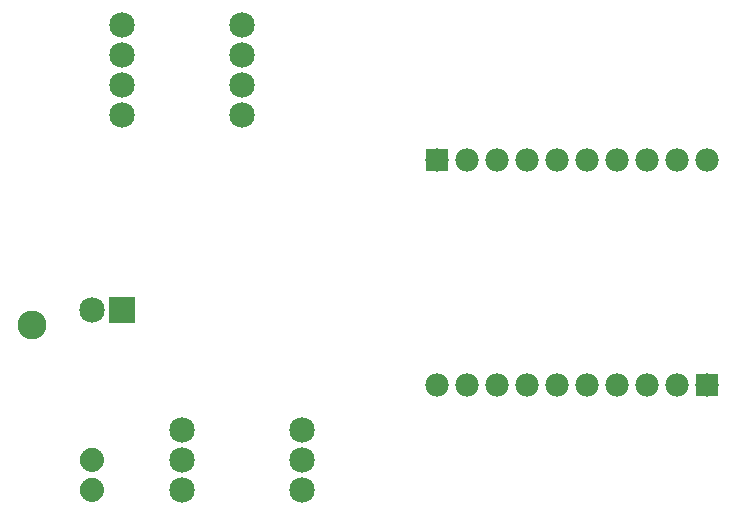
<source format=gts>
G04 MADE WITH FRITZING*
G04 WWW.FRITZING.ORG*
G04 DOUBLE SIDED*
G04 HOLES PLATED*
G04 CONTOUR ON CENTER OF CONTOUR VECTOR*
%ASAXBY*%
%FSLAX23Y23*%
%MOIN*%
%OFA0B0*%
%SFA1.0B1.0*%
%ADD10C,0.077559*%
%ADD11C,0.085000*%
%ADD12C,0.096614*%
%ADD13R,0.077559X0.077559*%
%ADD14R,0.085000X0.085000*%
%ADD15R,0.001000X0.001000*%
%LNMASK1*%
G90*
G70*
G54D10*
X2372Y522D03*
X2272Y522D03*
X2172Y522D03*
X2072Y522D03*
X1972Y522D03*
X1872Y522D03*
X1772Y522D03*
X1672Y522D03*
X1572Y522D03*
X1472Y522D03*
X1472Y1272D03*
X1572Y1272D03*
X1672Y1272D03*
X1772Y1272D03*
X1872Y1272D03*
X1972Y1272D03*
X2072Y1272D03*
X2172Y1272D03*
X2272Y1272D03*
X2372Y1272D03*
G54D11*
X422Y1722D03*
X822Y1722D03*
X422Y1622D03*
X822Y1622D03*
X422Y1522D03*
X822Y1522D03*
X422Y1422D03*
X822Y1422D03*
X622Y372D03*
X1022Y372D03*
X622Y172D03*
X1022Y172D03*
X622Y272D03*
X1022Y272D03*
X422Y772D03*
X322Y772D03*
G54D12*
X122Y722D03*
G54D13*
X2372Y522D03*
X1472Y1272D03*
G54D14*
X422Y772D03*
G54D15*
X317Y312D02*
X326Y312D01*
X312Y311D02*
X331Y311D01*
X309Y310D02*
X335Y310D01*
X306Y309D02*
X337Y309D01*
X304Y308D02*
X339Y308D01*
X302Y307D02*
X341Y307D01*
X301Y306D02*
X343Y306D01*
X299Y305D02*
X344Y305D01*
X298Y304D02*
X346Y304D01*
X296Y303D02*
X347Y303D01*
X295Y302D02*
X348Y302D01*
X294Y301D02*
X349Y301D01*
X293Y300D02*
X350Y300D01*
X292Y299D02*
X351Y299D01*
X291Y298D02*
X352Y298D01*
X291Y297D02*
X353Y297D01*
X290Y296D02*
X353Y296D01*
X289Y295D02*
X354Y295D01*
X289Y294D02*
X355Y294D01*
X288Y293D02*
X355Y293D01*
X287Y292D02*
X356Y292D01*
X287Y291D02*
X357Y291D01*
X286Y290D02*
X357Y290D01*
X286Y289D02*
X358Y289D01*
X285Y288D02*
X358Y288D01*
X285Y287D02*
X358Y287D01*
X285Y286D02*
X359Y286D01*
X284Y285D02*
X359Y285D01*
X284Y284D02*
X359Y284D01*
X284Y283D02*
X360Y283D01*
X283Y282D02*
X360Y282D01*
X283Y281D02*
X360Y281D01*
X283Y280D02*
X360Y280D01*
X283Y279D02*
X361Y279D01*
X283Y278D02*
X361Y278D01*
X283Y277D02*
X361Y277D01*
X282Y276D02*
X361Y276D01*
X282Y275D02*
X361Y275D01*
X282Y274D02*
X361Y274D01*
X282Y273D02*
X361Y273D01*
X282Y272D02*
X361Y272D01*
X282Y271D02*
X361Y271D01*
X282Y270D02*
X361Y270D01*
X282Y269D02*
X361Y269D01*
X282Y268D02*
X361Y268D01*
X283Y267D02*
X361Y267D01*
X283Y266D02*
X361Y266D01*
X283Y265D02*
X360Y265D01*
X283Y264D02*
X360Y264D01*
X283Y263D02*
X360Y263D01*
X284Y262D02*
X360Y262D01*
X284Y261D02*
X359Y261D01*
X284Y260D02*
X359Y260D01*
X285Y259D02*
X359Y259D01*
X285Y258D02*
X358Y258D01*
X285Y257D02*
X358Y257D01*
X286Y256D02*
X358Y256D01*
X286Y255D02*
X357Y255D01*
X287Y254D02*
X357Y254D01*
X287Y253D02*
X356Y253D01*
X288Y252D02*
X355Y252D01*
X289Y251D02*
X355Y251D01*
X289Y250D02*
X354Y250D01*
X290Y249D02*
X353Y249D01*
X291Y248D02*
X353Y248D01*
X291Y247D02*
X352Y247D01*
X292Y246D02*
X351Y246D01*
X293Y245D02*
X350Y245D01*
X294Y244D02*
X349Y244D01*
X295Y243D02*
X348Y243D01*
X296Y242D02*
X347Y242D01*
X298Y241D02*
X346Y241D01*
X299Y240D02*
X344Y240D01*
X300Y239D02*
X343Y239D01*
X302Y238D02*
X341Y238D01*
X304Y237D02*
X340Y237D01*
X306Y236D02*
X338Y236D01*
X308Y235D02*
X335Y235D01*
X311Y234D02*
X332Y234D01*
X316Y233D02*
X327Y233D01*
X317Y212D02*
X327Y212D01*
X312Y211D02*
X331Y211D01*
X309Y210D02*
X335Y210D01*
X306Y209D02*
X337Y209D01*
X304Y208D02*
X339Y208D01*
X302Y207D02*
X341Y207D01*
X301Y206D02*
X343Y206D01*
X299Y205D02*
X344Y205D01*
X298Y204D02*
X346Y204D01*
X296Y203D02*
X347Y203D01*
X295Y202D02*
X348Y202D01*
X294Y201D02*
X349Y201D01*
X293Y200D02*
X350Y200D01*
X292Y199D02*
X351Y199D01*
X291Y198D02*
X352Y198D01*
X291Y197D02*
X353Y197D01*
X290Y196D02*
X353Y196D01*
X289Y195D02*
X354Y195D01*
X289Y194D02*
X355Y194D01*
X288Y193D02*
X355Y193D01*
X287Y192D02*
X356Y192D01*
X287Y191D02*
X357Y191D01*
X286Y190D02*
X357Y190D01*
X286Y189D02*
X358Y189D01*
X285Y188D02*
X358Y188D01*
X285Y187D02*
X358Y187D01*
X285Y186D02*
X359Y186D01*
X284Y185D02*
X359Y185D01*
X284Y184D02*
X359Y184D01*
X284Y183D02*
X360Y183D01*
X283Y182D02*
X360Y182D01*
X283Y181D02*
X360Y181D01*
X283Y180D02*
X360Y180D01*
X283Y179D02*
X361Y179D01*
X283Y178D02*
X361Y178D01*
X283Y177D02*
X361Y177D01*
X282Y176D02*
X361Y176D01*
X282Y175D02*
X361Y175D01*
X282Y174D02*
X361Y174D01*
X282Y173D02*
X361Y173D01*
X282Y172D02*
X361Y172D01*
X282Y171D02*
X361Y171D01*
X282Y170D02*
X361Y170D01*
X282Y169D02*
X361Y169D01*
X282Y168D02*
X361Y168D01*
X283Y167D02*
X361Y167D01*
X283Y166D02*
X361Y166D01*
X283Y165D02*
X360Y165D01*
X283Y164D02*
X360Y164D01*
X283Y163D02*
X360Y163D01*
X284Y162D02*
X360Y162D01*
X284Y161D02*
X359Y161D01*
X284Y160D02*
X359Y160D01*
X285Y159D02*
X359Y159D01*
X285Y158D02*
X358Y158D01*
X285Y157D02*
X358Y157D01*
X286Y156D02*
X358Y156D01*
X286Y155D02*
X357Y155D01*
X287Y154D02*
X357Y154D01*
X287Y153D02*
X356Y153D01*
X288Y152D02*
X355Y152D01*
X289Y151D02*
X355Y151D01*
X289Y150D02*
X354Y150D01*
X290Y149D02*
X353Y149D01*
X291Y148D02*
X353Y148D01*
X291Y147D02*
X352Y147D01*
X292Y146D02*
X351Y146D01*
X293Y145D02*
X350Y145D01*
X294Y144D02*
X349Y144D01*
X295Y143D02*
X348Y143D01*
X296Y142D02*
X347Y142D01*
X298Y141D02*
X346Y141D01*
X299Y140D02*
X344Y140D01*
X300Y139D02*
X343Y139D01*
X302Y138D02*
X341Y138D01*
X304Y137D02*
X340Y137D01*
X306Y136D02*
X338Y136D01*
X308Y135D02*
X335Y135D01*
X312Y134D02*
X332Y134D01*
X316Y133D02*
X327Y133D01*
D02*
G04 End of Mask1*
M02*
</source>
